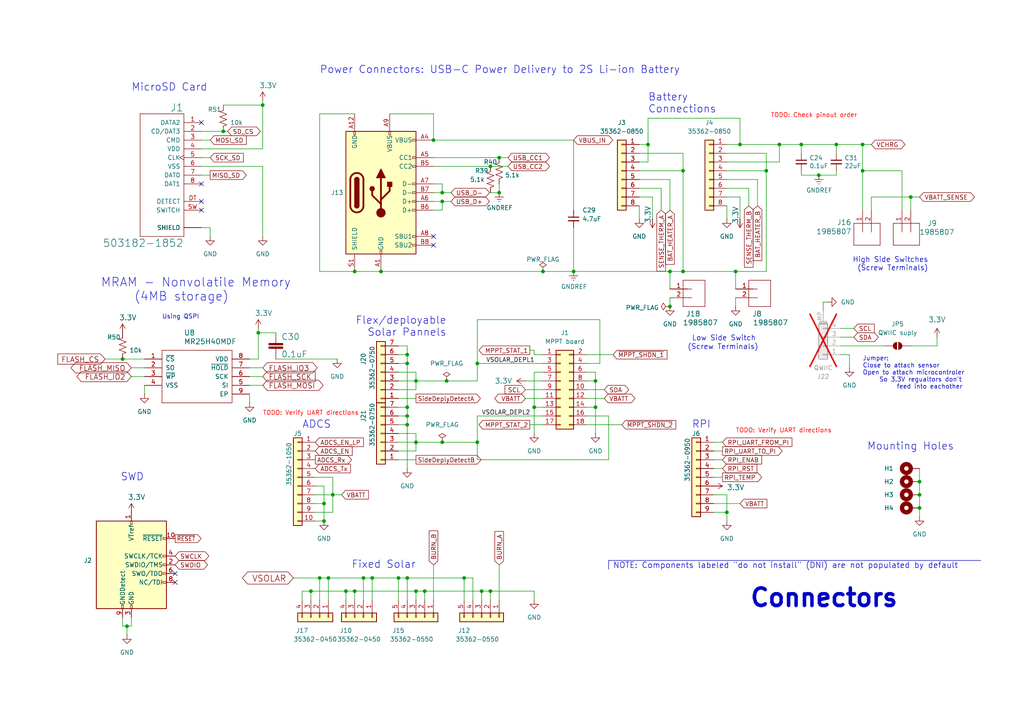
<source format=kicad_sch>
(kicad_sch (version 20231120) (generator "eeschema") (generator_version "8.0")
  (paper "A4")
  (title_block (title "PyCubed Mainboard") (date "2024-05-14") (rev "v06b") (company "Stanford Student Space Initiative") (comment 1 "Ethan Brinser"))
  (junction (at 74.93 96.52))
  (junction (at 213.36 78.74))
  (junction (at 144.78 45.72))
  (junction (at 139.7 171.45))
  (junction (at 120.65 110.49))
  (junction (at 198.12 78.74))
  (junction (at 90.17 171.45))
  (junction (at 134.62 167.64))
  (junction (at 129.54 110.49))
  (junction (at 214.63 41.91))
  (junction (at 118.11 123.19))
  (junction (at 264.16 57.15))
  (junction (at 102.87 78.74))
  (junction (at 242.57 41.91))
  (junction (at 118.11 120.65))
  (junction (at 144.78 55.88))
  (junction (at 166.37 78.74))
  (junction (at 142.24 171.45))
  (junction (at 157.48 78.74))
  (junction (at 110.49 78.74))
  (junction (at 172.72 118.11))
  (junction (at 123.19 171.45))
  (junction (at 266.7 143.51))
  (junction (at 35.56 104.14))
  (junction (at 120.65 128.27))
  (junction (at 93.98 151.13))
  (junction (at 128.27 128.27))
  (junction (at 226.06 41.91))
  (junction (at 198.12 49.53))
  (junction (at 128.27 55.88))
  (junction (at 187.96 41.91))
  (junction (at 266.7 147.32))
  (junction (at 118.11 167.64))
  (junction (at 76.2 30.48))
  (junction (at 237.49 50.8))
  (junction (at 154.94 118.11))
  (junction (at 232.41 41.91))
  (junction (at 93.98 146.05))
  (junction (at 120.65 171.45))
  (junction (at 138.43 128.27))
  (junction (at 118.11 102.87))
  (junction (at 125.73 40.64))
  (junction (at 138.43 105.41))
  (junction (at 222.25 49.53))
  (junction (at 250.19 49.53))
  (junction (at 210.82 148.59))
  (junction (at 115.57 167.64))
  (junction (at 96.52 143.51))
  (junction (at 64.77 38.1))
  (junction (at 107.95 167.64))
  (junction (at 118.11 118.11))
  (junction (at 194.31 88.9))
  (junction (at 128.27 58.42))
  (junction (at 172.72 110.49))
  (junction (at 36.83 181.61))
  (junction (at 118.11 105.41))
  (junction (at 100.33 171.45))
  (junction (at 102.87 171.45))
  (junction (at 266.7 139.7))
  (junction (at 92.71 167.64))
  (junction (at 194.31 78.74))
  (junction (at 95.25 167.64))
  (junction (at 250.19 41.91))
  (junction (at 142.24 48.26))
  (junction (at 105.41 167.64))
  (no_connect (at 50.8 168.91))
  (no_connect (at 125.73 71.12))
  (no_connect (at 58.42 53.34))
  (no_connect (at 50.8 166.37))
  (no_connect (at 58.42 35.56))
  (no_connect (at 58.42 58.42))
  (no_connect (at 58.42 60.96))
  (no_connect (at 125.73 68.58))
  (wire (pts (xy 115.57 133.35) (xy 120.65 133.35)))
  (wire (pts (xy 166.37 66.04) (xy 166.37 78.74)))
  (wire (pts (xy 185.42 44.45) (xy 198.12 44.45)))
  (wire (pts (xy 80.01 96.52) (xy 74.93 96.52)))
  (polyline (pts (xy 176.53 165.1) (xy 176.53 162.56)))
  (wire (pts (xy 115.57 107.95) (xy 120.65 107.95)))
  (wire (pts (xy 210.82 143.51) (xy 207.01 143.51)))
  (wire (pts (xy 207.01 130.81) (xy 209.55 130.81)))
  (wire (pts (xy 138.43 105.41) (xy 157.48 105.41)))
  (wire (pts (xy 210.82 41.91) (xy 214.63 41.91)))
  (wire (pts (xy 76.2 30.48) (xy 76.2 29.21)))
  (wire (pts (xy 170.18 107.95) (xy 172.72 107.95)))
  (wire (pts (xy 96.52 143.51) (xy 91.44 143.51)))
  (wire (pts (xy 170.18 120.65) (xy 176.53 120.65)))
  (wire (pts (xy 36.83 181.61) (xy 38.1 181.61)))
  (wire (pts (xy 105.41 167.64) (xy 107.95 167.64)))
  (wire (pts (xy 76.2 48.26) (xy 76.2 68.58)))
  (wire (pts (xy 187.96 41.91) (xy 187.96 34.29)))
  (wire (pts (xy 90.17 171.45) (xy 100.33 171.45)))
  (wire (pts (xy 144.78 45.72) (xy 147.32 45.72)))
  (wire (pts (xy 64.77 30.48) (xy 76.2 30.48)))
  (wire (pts (xy 172.72 118.11) (xy 170.18 118.11)))
  (wire (pts (xy 102.87 171.45) (xy 102.87 173.99)))
  (wire (pts (xy 125.73 48.26) (xy 142.24 48.26)))
  (wire (pts (xy 92.71 78.74) (xy 92.71 33.02)))
  (wire (pts (xy 99.06 143.51) (xy 96.52 143.51)))
  (wire (pts (xy 242.57 44.45) (xy 242.57 41.91)))
  (wire (pts (xy 115.57 167.64) (xy 115.57 173.99)))
  (wire (pts (xy 90.17 171.45) (xy 90.17 173.99)))
  (wire (pts (xy 243.84 95.25) (xy 247.65 95.25)))
  (wire (pts (xy 194.31 86.36) (xy 194.31 88.9)))
  (wire (pts (xy 185.42 46.99) (xy 187.96 46.99)))
  (wire (pts (xy 207.01 138.43) (xy 209.55 138.43)))
  (wire (pts (xy 194.31 52.07) (xy 194.31 60.96)))
  (wire (pts (xy 222.25 44.45) (xy 222.25 49.53)))
  (wire (pts (xy 240.03 87.63) (xy 238.76 87.63)))
  (wire (pts (xy 142.24 48.26) (xy 147.32 48.26)))
  (wire (pts (xy 118.11 102.87) (xy 118.11 105.41)))
  (wire (pts (xy 128.27 128.27) (xy 138.43 128.27)))
  (wire (pts (xy 194.31 52.07) (xy 185.42 52.07)))
  (wire (pts (xy 232.41 50.8) (xy 232.41 49.53)))
  (wire (pts (xy 120.65 113.03) (xy 120.65 110.49)))
  (wire (pts (xy 266.7 143.51) (xy 266.7 147.32)))
  (wire (pts (xy 152.4 110.49) (xy 157.48 110.49)))
  (wire (pts (xy 93.98 151.13) (xy 93.98 146.05)))
  (wire (pts (xy 64.77 38.1) (xy 66.04 38.1)))
  (wire (pts (xy 125.73 33.02) (xy 125.73 40.64)))
  (wire (pts (xy 115.57 120.65) (xy 118.11 120.65)))
  (wire (pts (xy 58.42 45.72) (xy 60.96 45.72)))
  (wire (pts (xy 138.43 105.41) (xy 138.43 110.49)))
  (wire (pts (xy 266.7 139.7) (xy 266.7 143.51)))
  (wire (pts (xy 250.19 49.53) (xy 261.62 49.53)))
  (wire (pts (xy 115.57 102.87) (xy 118.11 102.87)))
  (wire (pts (xy 138.43 128.27) (xy 138.43 133.35)))
  (wire (pts (xy 185.42 59.69) (xy 185.42 63.5)))
  (wire (pts (xy 154.94 118.11) (xy 157.48 118.11)))
  (wire (pts (xy 118.11 167.64) (xy 134.62 167.64)))
  (wire (pts (xy 115.57 110.49) (xy 120.65 110.49)))
  (wire (pts (xy 128.27 60.96) (xy 128.27 58.42)))
  (wire (pts (xy 157.48 78.74) (xy 110.49 78.74)))
  (wire (pts (xy 213.36 83.82) (xy 213.36 78.74)))
  (wire (pts (xy 76.2 43.18) (xy 76.2 30.48)))
  (wire (pts (xy 118.11 105.41) (xy 118.11 118.11)))
  (wire (pts (xy 172.72 125.73) (xy 172.72 118.11)))
  (wire (pts (xy 58.42 40.64) (xy 60.96 40.64)))
  (wire (pts (xy 125.73 60.96) (xy 128.27 60.96)))
  (wire (pts (xy 271.78 100.33) (xy 264.16 100.33)))
  (wire (pts (xy 142.24 171.45) (xy 154.94 171.45)))
  (wire (pts (xy 72.39 104.14) (xy 74.93 104.14)))
  (wire (pts (xy 250.19 41.91) (xy 250.19 49.53)))
  (wire (pts (xy 93.98 140.97) (xy 91.44 140.97)))
  (wire (pts (xy 120.65 107.95) (xy 120.65 110.49)))
  (wire (pts (xy 128.27 58.42) (xy 125.73 58.42)))
  (wire (pts (xy 166.37 40.64) (xy 166.37 60.96)))
  (wire (pts (xy 246.38 102.87) (xy 243.84 102.87)))
  (wire (pts (xy 170.18 105.41) (xy 173.99 105.41)))
  (wire (pts (xy 144.78 163.83) (xy 144.78 173.99)))
  (wire (pts (xy 120.65 130.81) (xy 120.65 128.27)))
  (wire (pts (xy 118.11 167.64) (xy 118.11 173.99)))
  (wire (pts (xy 87.63 173.99) (xy 87.63 171.45)))
  (wire (pts (xy 176.53 133.35) (xy 176.53 120.65)))
  (wire (pts (xy 58.42 66.04) (xy 60.96 66.04)))
  (wire (pts (xy 118.11 135.89) (xy 118.11 123.19)))
  (wire (pts (xy 226.06 41.91) (xy 232.41 41.91)))
  (wire (pts (xy 194.31 78.74) (xy 198.12 78.74)))
  (wire (pts (xy 213.36 78.74) (xy 222.25 78.74)))
  (wire (pts (xy 166.37 78.74) (xy 194.31 78.74)))
  (wire (pts (xy 266.7 135.89) (xy 266.7 139.7)))
  (wire (pts (xy 76.2 106.68) (xy 72.39 106.68)))
  (wire (pts (xy 264.16 57.15) (xy 252.73 57.15)))
  (wire (pts (xy 87.63 171.45) (xy 90.17 171.45)))
  (wire (pts (xy 266.7 147.32) (xy 266.7 149.86)))
  (wire (pts (xy 95.25 167.64) (xy 95.25 173.99)))
  (wire (pts (xy 30.48 104.14) (xy 35.56 104.14)))
  (wire (pts (xy 152.4 113.03) (xy 157.48 113.03)))
  (wire (pts (xy 138.43 133.35) (xy 176.53 133.35)))
  (wire (pts (xy 128.27 53.34) (xy 128.27 55.88)))
  (wire (pts (xy 154.94 107.95) (xy 154.94 118.11)))
  (wire (pts (xy 154.94 101.6) (xy 154.94 102.87)))
  (wire (pts (xy 222.25 49.53) (xy 222.25 78.74)))
  (wire (pts (xy 210.82 46.99) (xy 226.06 46.99)))
  (wire (pts (xy 100.33 171.45) (xy 102.87 171.45)))
  (wire (pts (xy 134.62 167.64) (xy 137.16 167.64)))
  (wire (pts (xy 237.49 50.8) (xy 242.57 50.8)))
  (wire (pts (xy 210.82 59.69) (xy 210.82 63.5)))
  (wire (pts (xy 102.87 78.74) (xy 92.71 78.74)))
  (wire (pts (xy 191.77 54.61) (xy 191.77 60.96)))
  (wire (pts (xy 102.87 78.74) (xy 110.49 78.74)))
  (wire (pts (xy 138.43 92.71) (xy 173.99 92.71)))
  (wire (pts (xy 76.2 109.22) (xy 72.39 109.22)))
  (wire (pts (xy 210.82 57.15) (xy 214.63 57.15)))
  (wire (pts (xy 189.23 63.5) (xy 189.23 57.15)))
  (wire (pts (xy 115.57 128.27) (xy 120.65 128.27)))
  (wire (pts (xy 198.12 78.74) (xy 213.36 78.74)))
  (wire (pts (xy 142.24 171.45) (xy 142.24 173.99)))
  (wire (pts (xy 198.12 44.45) (xy 198.12 49.53)))
  (wire (pts (xy 118.11 123.19) (xy 118.11 120.65)))
  (wire (pts (xy 35.56 104.14) (xy 41.91 104.14)))
  (wire (pts (xy 166.37 40.64) (xy 125.73 40.64)))
  (wire (pts (xy 214.63 63.5) (xy 214.63 57.15)))
  (wire (pts (xy 185.42 41.91) (xy 187.96 41.91)))
  (wire (pts (xy 252.73 41.91) (xy 250.19 41.91)))
  (wire (pts (xy 210.82 54.61) (xy 217.17 54.61)))
  (wire (pts (xy 107.95 167.64) (xy 107.95 173.99)))
  (wire (pts (xy 72.39 114.3) (xy 72.39 116.84)))
  (wire (pts (xy 85.09 167.64) (xy 92.71 167.64)))
  (wire (pts (xy 217.17 54.61) (xy 217.17 59.69)))
  (wire (pts (xy 96.52 143.51) (xy 96.52 138.43)))
  (wire (pts (xy 243.84 97.79) (xy 247.65 97.79)))
  (wire (pts (xy 115.57 125.73) (xy 120.65 125.73)))
  (wire (pts (xy 261.62 49.53) (xy 261.62 60.96)))
  (wire (pts (xy 207.01 133.35) (xy 209.55 133.35)))
  (wire (pts (xy 250.19 49.53) (xy 250.19 60.96)))
  (wire (pts (xy 128.27 55.88) (xy 130.81 55.88)))
  (wire (pts (xy 271.78 97.79) (xy 271.78 100.33)))
  (wire (pts (xy 95.25 167.64) (xy 105.41 167.64)))
  (wire (pts (xy 219.71 52.07) (xy 219.71 59.69)))
  (wire (pts (xy 264.16 57.15) (xy 264.16 60.96)))
  (wire (pts (xy 153.67 101.6) (xy 154.94 101.6)))
  (wire (pts (xy 60.96 66.04) (xy 60.96 68.58)))
  (wire (pts (xy 187.96 34.29) (xy 214.63 34.29)))
  (wire (pts (xy 170.18 123.19) (xy 180.34 123.19)))
  (wire (pts (xy 198.12 49.53) (xy 198.12 78.74)))
  (wire (pts (xy 154.94 102.87) (xy 157.48 102.87)))
  (wire (pts (xy 91.44 148.59) (xy 96.52 148.59)))
  (wire (pts (xy 129.54 110.49) (xy 120.65 110.49)))
  (wire (pts (xy 207.01 148.59) (xy 210.82 148.59)))
  (wire (pts (xy 191.77 54.61) (xy 185.42 54.61)))
  (wire (pts (xy 115.57 105.41) (xy 118.11 105.41)))
  (wire (pts (xy 210.82 44.45) (xy 222.25 44.45)))
  (wire (pts (xy 120.65 128.27) (xy 128.27 128.27)))
  (wire (pts (xy 38.1 179.07) (xy 38.1 181.61)))
  (wire (pts (xy 157.48 107.95) (xy 154.94 107.95)))
  (wire (pts (xy 138.43 110.49) (xy 129.54 110.49)))
  (wire (pts (xy 91.44 151.13) (xy 93.98 151.13)))
  (wire (pts (xy 115.57 123.19) (xy 118.11 123.19)))
  (wire (pts (xy 80.01 104.14) (xy 97.79 104.14)))
  (wire (pts (xy 74.93 104.14) (xy 74.93 96.52)))
  (wire (pts (xy 125.73 53.34) (xy 128.27 53.34)))
  (wire (pts (xy 113.03 33.02) (xy 125.73 33.02)))
  (wire (pts (xy 170.18 102.87) (xy 177.8 102.87)))
  (wire (pts (xy 138.43 120.65) (xy 138.43 128.27)))
  (wire (pts (xy 115.57 113.03) (xy 120.65 113.03)))
  (wire (pts (xy 115.57 167.64) (xy 118.11 167.64)))
  (wire (pts (xy 125.73 163.83) (xy 125.73 173.99)))
  (wire (pts (xy 242.57 50.8) (xy 242.57 49.53)))
  (wire (pts (xy 115.57 115.57) (xy 120.65 115.57)))
  (wire (pts (xy 210.82 148.59) (xy 210.82 151.13)))
  (wire (pts (xy 214.63 34.29) (xy 214.63 41.91)))
  (wire (pts (xy 173.99 92.71) (xy 173.99 105.41)))
  (wire (pts (xy 210.82 52.07) (xy 219.71 52.07)))
  (wire (pts (xy 154.94 171.45) (xy 154.94 173.99)))
  (wire (pts (xy 118.11 118.11) (xy 115.57 118.11)))
  (wire (pts (xy 154.94 125.73) (xy 154.94 118.11)))
  (wire (pts (xy 36.83 181.61) (xy 36.83 184.15)))
  (wire (pts (xy 144.78 55.88) (xy 144.78 53.34)))
  (wire (pts (xy 232.41 50.8) (xy 237.49 50.8)))
  (wire (pts (xy 100.33 171.45) (xy 100.33 173.99)))
  (wire (pts (xy 207.01 128.27) (xy 209.55 128.27)))
  (wire (pts (xy 214.63 41.91) (xy 226.06 41.91)))
  (wire (pts (xy 91.44 146.05) (xy 93.98 146.05)))
  (wire (pts (xy 91.44 138.43) (xy 96.52 138.43)))
  (wire (pts (xy 123.19 171.45) (xy 139.7 171.45)))
  (wire (pts (xy 125.73 45.72) (xy 144.78 45.72)))
  (wire (pts (xy 96.52 148.59) (xy 96.52 143.51)))
  (wire (pts (xy 139.7 171.45) (xy 142.24 171.45)))
  (wire (pts (xy 115.57 130.81) (xy 120.65 130.81)))
  (wire (pts (xy 172.72 110.49) (xy 172.72 118.11)))
  (wire (pts (xy 194.31 83.82) (xy 194.31 78.74)))
  (wire (pts (xy 138.43 120.65) (xy 157.48 120.65)))
  (wire (pts (xy 35.56 179.07) (xy 35.56 181.61)))
  (wire (pts (xy 210.82 49.53) (xy 222.25 49.53)))
  (wire (pts (xy 187.96 46.99) (xy 187.96 41.91)))
  (wire (pts (xy 142.24 55.88) (xy 144.78 55.88)))
  (wire (pts (xy 105.41 167.64) (xy 105.41 173.99)))
  (wire (pts (xy 76.2 111.76) (xy 72.39 111.76)))
  (wire (pts (xy 207.01 135.89) (xy 209.55 135.89)))
  (wire (pts (xy 166.37 78.74) (xy 157.48 78.74)))
  (wire (pts (xy 172.72 107.95) (xy 172.72 110.49)))
  (wire (pts (xy 123.19 171.45) (xy 123.19 173.99)))
  (wire (pts (xy 246.38 106.68) (xy 246.38 102.87)))
  (wire (pts (xy 226.06 41.91) (xy 226.06 46.99)))
  (wire (pts (xy 266.7 57.15) (xy 264.16 57.15)))
  (wire (pts (xy 58.42 43.18) (xy 76.2 43.18)))
  (wire (pts (xy 139.7 171.45) (xy 139.7 173.99)))
  (wire (pts (xy 170.18 115.57) (xy 175.26 115.57)))
  (wire (pts (xy 58.42 38.1) (xy 64.77 38.1)))
  (wire (pts (xy 120.65 128.27) (xy 120.65 125.73)))
  (wire (pts (xy 128.27 58.42) (xy 130.81 58.42)))
  (wire (pts (xy 102.87 171.45) (xy 120.65 171.45)))
  (wire (pts (xy 238.76 87.63) (xy 238.76 90.17)))
  (wire (pts (xy 170.18 113.03) (xy 175.26 113.03)))
  (wire (pts (xy 92.71 167.64) (xy 95.25 167.64)))
  (wire (pts (xy 243.84 100.33) (xy 256.54 100.33)))
  (wire (pts (xy 115.57 100.33) (xy 118.11 100.33)))
  (wire (pts (xy 252.73 57.15) (xy 252.73 60.96)))
  (wire (pts (xy 41.91 111.76) (xy 41.91 114.3)))
  (wire (pts (xy 93.98 146.05) (xy 93.98 140.97)))
  (wire (pts (xy 92.71 33.02) (xy 102.87 33.02)))
  (wire (pts (xy 137.16 167.64) (xy 137.16 173.99)))
  (wire (pts (xy 38.1 106.68) (xy 41.91 106.68)))
  (wire (pts (xy 185.42 49.53) (xy 198.12 49.53)))
  (wire (pts (xy 74.93 96.52) (xy 74.93 95.25)))
  (wire (pts (xy 170.18 110.49) (xy 172.72 110.49)))
  (wire (pts (xy 134.62 167.64) (xy 134.62 173.99)))
  (wire (pts (xy 185.42 57.15) (xy 189.23 57.15)))
  (wire (pts (xy 138.43 92.71) (xy 138.43 105.41)))
  (wire (pts (xy 210.82 143.51) (xy 210.82 148.59)))
  (wire (pts (xy 92.71 167.64) (xy 92.71 173.99)))
  (wire (pts (xy 120.65 171.45) (xy 120.65 173.99)))
  (wire (pts (xy 120.65 171.45) (xy 123.19 171.45)))
  (wire (pts (xy 128.27 55.88) (xy 125.73 55.88)))
  (wire (pts (xy 207.01 146.05) (xy 214.63 146.05)))
  (wire (pts (xy 232.41 44.45) (xy 232.41 41.91)))
  (wire (pts (xy 213.36 86.36) (xy 213.36 88.9)))
  (wire (pts (xy 58.42 50.8) (xy 60.96 50.8)))
  (wire (pts (xy 242.57 41.91) (xy 250.19 41.91)))
  (wire (pts (xy 118.11 100.33) (xy 118.11 102.87)))
  (polyline (pts (xy 176.53 162.56) (xy 284.48 162.56)))
  (wire (pts (xy 152.4 115.57) (xy 157.48 115.57)))
  (wire (pts (xy 153.67 123.19) (xy 157.48 123.19)))
  (wire (pts (xy 58.42 48.26) (xy 76.2 48.26)))
  (wire (pts (xy 107.95 167.64) (xy 115.57 167.64)))
  (wire (pts (xy 118.11 118.11) (xy 118.11 120.65)))
  (wire (pts (xy 232.41 41.91) (xy 242.57 41.91)))
  (wire (pts (xy 38.1 109.22) (xy 41.91 109.22)))
  (wire (pts (xy 35.56 181.61) (xy 36.83 181.61)))
  (text "Flex/deployable\nSolar Pannels\n" (at 129.54 97.79 0) (effects (font (size 2.159 2.159)) (justify right bottom)))
  (text "TODO: Verify UART directions" (at 76.2 120.65 0) (effects (font (size 1.27 1.27)) (justify left bottom)))
  (text "Jumper:\nClose to attach sensor\nOpen to attach microcontroler\n	So 3.3V regualtors don't\n		feed into eachother" (at 250.19 113.03 0) (effects (font (size 1.27 1.27)) (justify left bottom)))
  (text "RPI" (at 200.66 124.46 0) (effects (font (size 2.159 2.159)) (justify left bottom)))
  (text "Power Connectors: USB-C Power Delivery to 2S Li-ion Battery" (at 92.71 21.59 0) (effects (font (size 2.159 2.159)) (justify left bottom)))
  (text "NOTE: Components labeled \"do not install\" (DNI) are not populated by default" (at 177.8 165.1 0) (effects (font (size 1.651 1.651)) (justify left bottom)))
  (text "ADCS" (at 87.63 124.46 0) (effects (font (size 2.159 2.159)) (justify left bottom)))
  (text "TODO: Check pinout order" (at 223.52 34.29 0) (effects (font (size 1.27 1.27)) (justify left bottom)))
  (text "High Side Switches\n(Screw Terminals)" (at 269.24 78.74 0) (effects (font (size 1.4986 1.4986)) (justify right bottom)))
  (text "Connectors" (at 217.17 176.53 0) (effects (font (size 5.08 5.08) (thickness 1.016) (bold yes)) (justify left bottom)))
  (text "Battery\nConnections" (at 187.96 33.02 0) (effects (font (size 2.159 2.159)) (justify left bottom)))
  (text "Low Side Switch" (at 200.66 99.06 0) (effects (font (size 1.4986 1.4986)) (justify left bottom)))
  (text "TODO: Verify UART directions" (at 213.36 125.73 0) (effects (font (size 1.27 1.27)) (justify left bottom)))
  (text "MRAM - Nonvolatile Memory\n     (4MB storage)" (at 29.21 87.63 0) (effects (font (size 2.54 2.54)) (justify left bottom)))
  (text "MicroSD Card" (at 38.1 26.67 0) (effects (font (size 2.159 2.159)) (justify left bottom)))
  (text "Fixed Solar\n" (at 120.65 165.1 0) (effects (font (size 2.159 2.159)) (justify right bottom)))
  (text "Using QSPI" (at 46.99 92.71 0) (effects (font (size 1.27 1.27)) (justify left bottom)))
  (text "SWD" (at 34.925 139.7 0) (effects (font (size 2.159 2.159)) (justify left bottom)))
  (text "(Screw Terminals)" (at 199.39 101.6 0) (effects (font (size 1.4986 1.4986)) (justify left bottom)))
  (text "Mounting Holes" (at 251.46 130.81 0) (effects (font (size 2.159 2.159)) (justify left bottom)))
  (label "VSOLAR_DEPL1" (at 140.97 105.41 0))
  (label "VSOLAR_DEPL2" (at 139.7 120.65 0))
  (global_label "SD_CS" (shape bidirectional) (at 66.04 38.1 0) (property "Intersheetrefs" "${INTERSHEET_REFS}" (effects (hide yes))))
  (global_label "SCL" (shape input) (at 247.65 95.25 0) (property "Intersheetrefs" "${INTERSHEET_REFS}" (effects (hide yes))))
  (global_label "SWDIO" (shape bidirectional) (at 50.8 163.83 0) (property "Intersheetrefs" "${INTERSHEET_REFS}" (effects (hide yes))))
  (global_label "MISO_SD" (shape output) (at 60.96 50.8 0) (property "Intersheetrefs" "${INTERSHEET_REFS}" (effects (hide yes))))
  (global_label "~{RESET}" (shape output) (at 50.8 156.21 0) (effects (font (size 1.1684 1.1684))) (property "Intersheetrefs" "${INTERSHEET_REFS}" (effects (hide yes))))
  (global_label "RPI_UART_TO_PI" (shape output) (at 209.55 130.81 0) (property "Intersheetrefs" "${INTERSHEET_REFS}" (effects (hide yes))))
  (global_label "FLASH_CS" (shape input) (at 30.48 104.14 180) (effects (font (size 1.4986 1.4986))) (property "Intersheetrefs" "${INTERSHEET_REFS}" (effects (hide yes))))
  (global_label "SideDeplyDetectA" (shape output) (at 120.65 115.57 0) (property "Intersheetrefs" "${INTERSHEET_REFS}" (effects (hide yes))))
  (global_label "SCK_SD" (shape input) (at 60.96 45.72 0) (property "Intersheetrefs" "${INTERSHEET_REFS}" (effects (hide yes))))
  (global_label "VBATT" (shape input) (at 99.06 143.51 0) (property "Intersheetrefs" "${INTERSHEET_REFS}" (effects (hide yes))))
  (global_label "FLASH_SCK" (shape input) (at 76.2 109.22 0) (effects (font (size 1.4986 1.4986))) (property "Intersheetrefs" "${INTERSHEET_REFS}" (effects (hide yes))))
  (global_label "SENSE_THERM_A" (shape input) (at 191.77 60.96 270) (property "Intersheetrefs" "${INTERSHEET_REFS}" (effects (hide yes))))
  (global_label "ADCS_EN_LP" (shape input) (at 91.44 128.27 0) (property "Intersheetrefs" "${INTERSHEET_REFS}" (effects (hide yes))))
  (global_label "VSOLAR" (shape bidirectional) (at 85.09 167.64 180) (effects (font (size 1.778 1.778))) (property "Intersheetrefs" "${INTERSHEET_REFS}" (effects (hide yes))))
  (global_label "VCHRG" (shape bidirectional) (at 252.73 41.91 0) (property "Intersheetrefs" "${INTERSHEET_REFS}" (effects (hide yes))))
  (global_label "BURN_B" (shape input) (at 125.73 163.83 90) (property "Intersheetrefs" "${INTERSHEET_REFS}" (effects (hide yes))))
  (global_label "FLASH_MISO" (shape bidirectional) (at 38.1 106.68 180) (effects (font (size 1.4986 1.4986))) (property "Intersheetrefs" "${INTERSHEET_REFS}" (effects (hide yes))))
  (global_label "FLASH_IO2" (shape bidirectional) (at 38.1 109.22 180) (effects (font (size 1.4986 1.4986))) (property "Intersheetrefs" "${INTERSHEET_REFS}" (effects (hide yes))))
  (global_label "USB_D+" (shape bidirectional) (at 130.81 58.42 0) (property "Intersheetrefs" "${INTERSHEET_REFS}" (effects (hide yes))))
  (global_label "ADCS_Rx" (shape output) (at 91.44 133.35 0) (property "Intersheetrefs" "${INTERSHEET_REFS}" (effects (hide yes))))
  (global_label "~{MPPT_SHDN_1}" (shape input) (at 177.8 102.87 0) (property "Intersheetrefs" "${INTERSHEET_REFS}" (effects (hide yes))))
  (global_label "BAT_HEATER_A" (shape input) (at 194.31 60.96 270) (property "Intersheetrefs" "${INTERSHEET_REFS}" (effects (hide yes))))
  (global_label "VBATT" (shape input) (at 214.63 146.05 0) (property "Intersheetrefs" "${INTERSHEET_REFS}" (effects (hide yes))))
  (global_label "RPI_UART_FROM_PI" (shape input) (at 209.55 128.27 0) (property "Intersheetrefs" "${INTERSHEET_REFS}" (effects (hide yes))))
  (global_label "ADCS_Tx" (shape input) (at 91.44 135.89 0) (property "Intersheetrefs" "${INTERSHEET_REFS}" (effects (hide yes))))
  (global_label "RPI_ENAB" (shape input) (at 209.55 133.35 0) (property "Intersheetrefs" "${INTERSHEET_REFS}" (effects (hide yes))))
  (global_label "ADCS_EN" (shape input) (at 91.44 130.81 0) (property "Intersheetrefs" "${INTERSHEET_REFS}" (effects (hide yes))))
  (global_label "SideDeplyDetectB" (shape output) (at 120.65 133.35 0) (property "Intersheetrefs" "${INTERSHEET_REFS}" (effects (hide yes))))
  (global_label "SDA" (shape bidirectional) (at 175.26 113.03 0) (property "Intersheetrefs" "${INTERSHEET_REFS}" (effects (hide yes))))
  (global_label "RPI_TEMP" (shape output) (at 209.55 138.43 0) (property "Intersheetrefs" "${INTERSHEET_REFS}" (effects (hide yes))))
  (global_label "SENSE_THERM_B" (shape input) (at 217.17 59.69 270) (property "Intersheetrefs" "${INTERSHEET_REFS}" (effects (hide yes))))
  (global_label "FLASH_MOSI" (shape bidirectional) (at 76.2 111.76 0) (effects (font (size 1.4986 1.4986))) (property "Intersheetrefs" "${INTERSHEET_REFS}" (effects (hide yes))))
  (global_label "~{MPPT_SHDN_2}" (shape input) (at 180.34 123.19 0) (property "Intersheetrefs" "${INTERSHEET_REFS}" (effects (hide yes))))
  (global_label "SWCLK" (shape bidirectional) (at 50.8 161.29 0) (property "Intersheetrefs" "${INTERSHEET_REFS}" (effects (hide yes))))
  (global_label "VBATT_SENSE" (shape bidirectional) (at 266.7 57.15 0) (property "Intersheetrefs" "${INTERSHEET_REFS}" (effects (hide yes))))
  (global_label "SCL" (shape input) (at 152.4 113.03 180) (property "Intersheetrefs" "${INTERSHEET_REFS}" (effects (hide yes))))
  (global_label "MOSI_SD" (shape input) (at 60.96 40.64 0) (property "Intersheetrefs" "${INTERSHEET_REFS}" (effects (hide yes))))
  (global_label "USB_CC2" (shape bidirectional) (at 147.32 48.26 0) (property "Intersheetrefs" "${INTERSHEET_REFS}" (effects (hide yes))))
  (global_label "USB_CC1" (shape bidirectional) (at 147.32 45.72 0) (property "Intersheetrefs" "${INTERSHEET_REFS}" (effects (hide yes))))
  (global_label "BURN_A" (shape input) (at 144.78 163.83 90) (property "Intersheetrefs" "${INTERSHEET_REFS}" (effects (hide yes))))
  (global_label "USB_D-" (shape bidirectional) (at 130.81 55.88 0) (property "Intersheetrefs" "${INTERSHEET_REFS}" (effects (hide yes))))
  (global_label "FLASH_IO3" (shape bidirectional) (at 76.2 106.68 0) (effects (font (size 1.4986 1.4986))) (property "Intersheetrefs" "${INTERSHEET_REFS}" (effects (hide yes))))
  (global_label "SDA" (shape bidirectional) (at 247.65 97.79 0) (property "Intersheetrefs" "${INTERSHEET_REFS}" (effects (hide yes))))
  (global_label "VBATT" (shape bidirectional) (at 152.4 115.57 180) (property "Intersheetrefs" "${INTERSHEET_REFS}" (effects (hide yes))))
  (global_label "MPPT_STAT_2" (shape output) (at 153.67 123.19 180) (property "Intersheetrefs" "${INTERSHEET_REFS}" (effects (hide yes))))
  (global_label "RPI_RST" (shape input) (at 209.55 135.89 0) (property "Intersheetrefs" "${INTERSHEET_REFS}" (effects (hide yes))))
  (global_label "MPPT_STAT_1" (shape output) (at 153.67 101.6 180) (property "Intersheetrefs" "${INTERSHEET_REFS}" (effects (hide yes))))
  (global_label "VBUS_IN" (shape bidirectional) (at 166.37 40.64 0) (property "Intersheetrefs" "${INTERSHEET_REFS}" (effects (hide yes))))
  (global_label "BAT_HEATER_B" (shape input) (at 219.71 59.69 270) (property "Intersheetrefs" "${INTERSHEET_REFS}" (effects (hide yes))))
  (global_label "VBATT" (shape bidirectional) (at 175.26 115.57 0) (property "Intersheetrefs" "${INTERSHEET_REFS}" (effects (hide yes))))
  (symbol (lib_id "ssi_connector:503182-1852") (at 53.34 50.8 0) (mirror y) (unit 1)
    (property "Reference" "J1" (at 53.34 32.4358 0) (effects (font (size 2.159 2.159)) (justify left bottom)))
    (property "Value" "503182-1852" (at 53.34 71.7296 0) (effects (font (size 2.159 2.159)) (justify left bottom)))
    (property "Footprint" "ssi_connector:Molex_503182-1852" (effects (hide yes)))
    (property "Datasheet" "https://www.molex.com/pdm_docs/sd/5031821852_sd.pdf" (effects (hide yes)))
    (property "Description" "Molex microSD Card Socket" (effects (hide yes)))
    (property "Flight" "5031821852" (effects (hide yes)))
    (property "Manufacturer_Name" "Molex" (effects (hide yes)))
    (property "Manufacturer_Part_Number" "5031821852" (effects (hide yes)))
    (property "Proto" "5031821852" (effects (hide yes)))
  )
  (symbol (lib_id "ssi_IC:MR25H40MDF") (at 41.91 104.14 0) (unit 1)
    (property "Reference" "U8" (at 53.34 96.52 0) (effects (font (size 1.4986 1.4986)) (justify left)))
    (property "Value" "MR25H40MDF" (at 53.34 99.06 0) (effects (font (size 1.4986 1.4986)) (justify left)))
    (property "Footprint" "ssi_IC:SON127P600X500X90-9N" (effects (hide yes)))
    (property "Datasheet" "https://www.winbond.com/resource-files/w25q80dv%20dl_revh_10022015.pdf" (effects (hide yes)))
    (property "Description" "Non-Volatile Memory" (effects (hide yes)))
    (property "Flight" "MR25H40MDF" (effects (hide yes)))
    (property "Manufacturer_Name" "Everspin Technologies Inc." (effects (hide yes)))
    (property "Manufacturer_Part_Number" "W25Q80DVSNIG" (effects (hide yes)))
    (property "Proto" "W25Q80DVSNIG" (effects (hide yes)))
  )
  (symbol (lib_id "mainboard:2.2UF-0603-10V-20%") (at 80.01 101.6 0) (unit 1)
    (property "Reference" "C30" (at 81.534 98.679 0) (effects (font (size 1.778 1.778)) (justify left bottom)))
    (property "Value" "0.1uF" (at 81.534 103.759 0) (effects (font (size 1.778 1.778)) (justify left bottom)))
    (property "Footprint" "Capacitor_SMD:C_0603_1608Metric" (effects (hide yes)))
    (property "Description" "0.1uF +-10% 50V X7R 0603" (effects (hide yes)))
  )
  (symbol (lib_id "Device:C_Small") (at 232.41 46.99 0) (unit 1)
    (property "Reference" "C24" (at 234.7468 45.8216 0) (effects (justify left)))
    (property "Value" "0.1uF" (at 234.7468 48.133 0) (effects (justify left)))
    (property "Footprint" "Capacitor_SMD:C_0603_1608Metric" (effects (hide yes)))
    (property "Description" "0.1uF +-10% 50V X7R 0603" (effects (hide yes)))
  )
  (symbol (lib_id "Device:C_Small") (at 242.57 46.99 0) (unit 1)
    (property "Reference" "C31" (at 244.9068 45.8216 0) (effects (justify left)))
    (property "Value" "22uF" (at 244.9068 48.133 0) (effects (justify left)))
    (property "Footprint" "Capacitor_SMD:C_0603_1608Metric" (effects (hide yes)))
    (property "Description" "22uF +-20% 10V X5R" (effects (hide yes)))
  )
  (symbol (lib_id "Device:R_US") (at 64.77 34.29 0) (mirror x) (unit 1)
    (property "Reference" "R51" (at 62.23 31.75 0))
    (property "Value" "10k" (at 68.58 35.56 0))
    (property "Footprint" "Resistor_SMD:R_0603_1608Metric" (effects (hide yes)))
    (property "Description" "10k 0603" (effects (hide yes)))
  )
  (symbol (lib_id "Device:R_US") (at 35.56 100.33 0) (mirror x) (unit 1)
    (property "Reference" "R50" (at 33.02 97.79 0))
    (property "Value" "10k" (at 39.37 101.6 0))
    (property "Footprint" "Resistor_SMD:R_0603_1608Metric" (effects (hide yes)))
    (property "Description" "10k 0603" (effects (hide yes)))
  )
  (symbol (lib_id "mainboard:3.3V") (at 35.56 96.52 0) (unit 1)
    (property "Reference" "#SUPPLY0116" (effects (hide yes)))
    (property "Value" "3.3V" (at 34.544 92.964 0) (effects (font (size 1.4986 1.4986)) (justify left bottom)))
  )
  (symbol (lib_id "Device:R_US") (at 144.78 49.53 0) (mirror x) (unit 1)
    (property "Reference" "R40" (at 142.24 46.99 0))
    (property "Value" "5.1k" (at 148.59 50.8 0))
    (property "Footprint" "Resistor_SMD:R_0603_1608Metric" (effects (hide yes)))
    (property "Description" "5.1k 0603" (effects (hide yes)))
  )
  (symbol (lib_id "Device:R_US") (at 142.24 52.07 0) (mirror x) (unit 1)
    (property "Reference" "R39" (at 139.7 49.53 0))
    (property "Value" "5.1k" (at 138.43 52.07 0))
    (property "Footprint" "Resistor_SMD:R_0603_1608Metric" (effects (hide yes)))
    (property "Description" "5.1k 0603" (effects (hide yes)))
  )
  (symbol (lib_id "power:GNDREF") (at 144.78 55.88 0) (unit 1)
    (property "Reference" "#PWR0107" (effects (hide yes)))
    (property "Value" "GNDREF" (at 144.907 60.2742 0))
  )
  (symbol (lib_id "Device:C_Small") (at 166.37 63.5 0) (unit 1)
    (property "Reference" "C29" (at 168.91 60.96 0) (effects (justify left)))
    (property "Value" "4.7uF" (at 168.91 63.5 0) (effects (justify left)))
    (property "Footprint" "Capacitor_SMD:C_0603_1608Metric" (effects (hide yes)))
    (property "Description" "4.7uF +-20% 10V X5R" (effects (hide yes)))
  )
  (symbol (lib_id "power:GNDREF") (at 166.37 78.74 0) (unit 1)
    (property "Reference" "#PWR0101" (effects (hide yes)))
    (property "Value" "GNDREF" (at 166.497 83.1342 0))
  )
  (symbol (lib_id "power:GNDREF") (at 237.49 50.8 0) (unit 1)
    (property "Reference" "#PWR0109" (effects (hide yes)))
    (property "Value" "GNDREF" (at 237.617 55.1942 0))
  )
  (symbol (lib_id "ssi_connector:USB_C_pycubed") (at 110.49 55.88 0) (unit 1)
    (property "Reference" "J13" (at 99.5934 55.88 0) (effects (justify right)))
    (property "Value" "USB_C_pycubed" (effects (hide yes)))
    (property "Footprint" "ssi_connector:USB_C_Receptacle_XKB_U262-161N-4BVC11" (effects (hide yes)))
  )
  (symbol (lib_id "Mechanical:MountingHole_Pad") (at 264.16 135.89 90) (unit 1) (exclude_from_sim yes) (in_bom no)
    (property "Reference" "H1" (at 257.81 135.89 90))
    (property "Value" "MountingHole_Pad" (effects (hide yes)))
    (property "Footprint" "MountingHole:MountingHole_3.2mm_M3_DIN965_Pad" (effects (hide yes)))
    (property "DNI" "DNI" (effects (hide yes)))
  )
  (symbol (lib_id "Mechanical:MountingHole_Pad") (at 264.16 139.7 90) (unit 1) (exclude_from_sim yes) (in_bom no)
    (property "Reference" "H2" (at 257.81 139.7 90))
    (property "Value" "MountingHole_Pad" (effects (hide yes)))
    (property "Footprint" "MountingHole:MountingHole_3.2mm_M3_DIN965_Pad" (effects (hide yes)))
    (property "DNI" "DNI" (effects (hide yes)))
  )
  (symbol (lib_id "Mechanical:MountingHole_Pad") (at 264.16 143.51 90) (unit 1) (exclude_from_sim yes) (in_bom no)
    (property "Reference" "H3" (at 257.81 143.51 90))
    (property "Value" "MountingHole_Pad" (effects (hide yes)))
    (property "Footprint" "MountingHole:MountingHole_3.2mm_M3_DIN965_Pad" (effects (hide yes)))
    (property "DNI" "DNI" (effects (hide yes)))
  )
  (symbol (lib_id "Mechanical:MountingHole_Pad") (at 264.16 147.32 90) (unit 1) (exclude_from_sim yes) (in_bom no)
    (property "Reference" "H4" (at 257.81 147.32 90))
    (property "Value" "MountingHole_Pad" (effects (hide yes)))
    (property "Footprint" "MountingHole:MountingHole_3.2mm_M3_DIN965_Pad" (effects (hide yes)))
    (property "DNI" "DNI" (effects (hide yes)))
  )
  (symbol (lib_id "ssi_connector:1985807") (at 261.62 68.58 270) (mirror x) (unit 1)
    (property "Reference" "J9" (at 271.78 64.77 90) (effects (font (size 1.4986 1.4986)) (justify right)))
    (property "Value" "1985807" (at 276.86 67.31 90) (effects (font (size 1.4986 1.4986)) (justify right)))
    (property "Footprint" "ssi_connector:1985807" (effects (hide yes)))
    (property "Datasheet" "https://www.mouser.com/datasheet/2/324/4/1985807-1458929.pdf" (effects (hide yes)))
    (property "Description" "2-pin Screw Terminal - Side Entry" (effects (hide yes)))
    (property "Flight" "1985807" (effects (hide yes)))
    (property "Manufacturer_Name" "Phoenix Contact" (effects (hide yes)))
    (property "Manufacturer_Part_Number" "1985807" (effects (hide yes)))
    (property "Proto" "1985807" (effects (hide yes)))
  )
  (symbol (lib_id "ssi_connector:1985807") (at 220.98 83.82 180) (unit 1)
    (property "Reference" "J8" (at 220.98 90.17 0) (effects (font (size 1.4986 1.4986)) (justify left bottom)))
    (property "Value" "1985807" (at 228.6 92.71 0) (effects (font (size 1.4986 1.4986)) (justify left bottom)))
    (property "Footprint" "ssi_connector:1985807" (effects (hide yes)))
    (property "Datasheet" "https://www.mouser.com/datasheet/2/324/4/1985807-1458929.pdf" (effects (hide yes)))
    (property "Description" "2-pin Screw Terminal - Side Entry" (effects (hide yes)))
    (property "Flight" "1985807" (effects (hide yes)))
    (property "Manufacturer_Name" "Phoenix Contact" (effects (hide yes)))
    (property "Manufacturer_Part_Number" "1985807" (effects (hide yes)))
    (property "Proto" "1985807" (effects (hide yes)))
  )
  (symbol (lib_id "ssi_connector:1985807") (at 250.19 68.58 270) (mirror x) (unit 1)
    (property "Reference" "J16" (at 246.9642 64.4906 90) (effects (font (size 1.4986 1.4986)) (justify right)))
    (property "Value" "1985807" (at 246.9642 67.1576 90) (effects (font (size 1.4986 1.4986)) (justify right)))
    (property "Footprint" "ssi_connector:1985807" (effects (hide yes)))
    (property "Datasheet" "https://www.mouser.com/datasheet/2/324/4/1985807-1458929.pdf" (effects (hide yes)))
    (property "Description" "2-pin Screw Terminal - Side Entry" (effects (hide yes)))
    (property "Flight" "1985807" (effects (hide yes)))
    (property "Manufacturer_Name" "Phoenix Contact" (effects (hide yes)))
    (property "Manufacturer_Part_Number" "1985807" (effects (hide yes)))
    (property "Proto" "1985807" (effects (hide yes)))
  )
  (symbol (lib_id "mainboard:3.3V") (at 74.93 95.25 0) (unit 1)
    (property "Reference" "#SUPPLY08" (effects (hide yes)))
    (property "Value" "3.3V" (at 73.914 91.694 0) (effects (font (size 1.4986 1.4986)) (justify left bottom)))
  )
  (symbol (lib_id "mainboard:3.3V") (at 76.2 29.21 0) (unit 1)
    (property "Reference" "#SUPPLY07" (effects (hide yes)))
    (property "Value" "3.3V" (at 75.184 25.654 0) (effects (font (size 1.4986 1.4986)) (justify left bottom)))
  )
  (symbol (lib_id "ssi_connector:1985807") (at 201.93 83.82 180) (unit 1)
    (property "Reference" "J18" (at 203.2 90.17 0) (effects (font (size 1.4986 1.4986)) (justify left bottom)))
    (property "Value" "1985807" (at 208.28 92.71 0) (effects (font (size 1.4986 1.4986)) (justify left bottom)))
    (property "Footprint" "ssi_connector:1985807" (effects (hide yes)))
    (property "Datasheet" "https://www.mouser.com/datasheet/2/324/4/1985807-1458929.pdf" (effects (hide yes)))
    (property "Description" "2-pin Screw Terminal - Side Entry" (effects (hide yes)))
    (property "Flight" "1985807" (effects (hide yes)))
    (property "Manufacturer_Name" "Phoenix Contact" (effects (hide yes)))
    (property "Manufacturer_Part_Number" "1985807" (effects (hide yes)))
    (property "Proto" "1985807" (effects (hide yes)))
  )
  (symbol (lib_id "Connector_Generic:Conn_01x08") (at 205.74 49.53 0) (mirror y) (unit 1)
    (property "Reference" "J4" (at 205.74 35.56 0))
    (property "Value" "35362-0850" (at 205.74 38.1 0))
    (property "Footprint" "ssi_connector:Molex_35362-0850" (effects (hide yes)))
  )
  (symbol (lib_id "power:GND") (at 210.82 151.13 0) (unit 1)
    (property "Reference" "#PWR025" (effects (hide yes)))
    (property "Value" "GND" (at 210.82 156.21 0))
  )
  (symbol (lib_id "Connector_Generic:Conn_01x07") (at 110.49 107.95 180) (unit 1)
    (property "Reference" "J20" (at 105.41 104.14 90))
    (property "Value" "35362-0750" (at 107.95 106.68 90))
    (property "Footprint" "ssi_connector:Molex_35362-0750" (effects (hide yes)))
  )
  (symbol (lib_id "mainboard:3.3V") (at 214.63 63.5 180) (unit 1)
    (property "Reference" "#SUPPLY09" (effects (hide yes)))
    (property "Value" "3.3V" (at 212.471 59.817 90) (effects (font (size 1.4986 1.4986)) (justify left bottom)))
  )
  (symbol (lib_id "power:GND") (at 240.03 87.63 90) (unit 1)
    (property "Reference" "#PWR061" (effects (hide yes)))
    (property "Value" "GND" (at 243.84 87.63 90) (effects (justify right)))
  )
  (symbol (lib_id "power:GND") (at 36.83 184.15 0) (unit 1)
    (property "Reference" "#PWR019" (effects (hide yes)))
    (property "Value" "GND" (at 36.83 189.23 0))
  )
  (symbol (lib_id "Connector_Generic:Conn_01x05") (at 139.7 179.07 270) (unit 1)
    (property "Reference" "J12" (at 134.62 182.88 90))
    (property "Value" "35362-0550" (at 138.43 185.42 90))
    (property "Footprint" "ssi_connector:Molex_35362-0550" (effects (hide yes)))
  )
  (symbol (lib_id "Connector_Generic:Conn_01x05") (at 120.65 179.07 270) (unit 1)
    (property "Reference" "J15" (at 115.57 182.88 90))
    (property "Value" "35362-0550" (at 119.38 185.42 90))
    (property "Footprint" "ssi_connector:Molex_35362-0550" (effects (hide yes)))
  )
  (symbol (lib_id "Connector_Generic:Conn_01x04") (at 92.71 179.07 270) (unit 1)
    (property "Reference" "J17" (at 87.63 182.88 90))
    (property "Value" "35362-0450" (at 91.44 185.42 90))
    (property "Footprint" "ssi_connector:Molex_35362-0450" (effects (hide yes)))
  )
  (symbol (lib_id "mainboard:3.3V") (at 38.1 148.59 0) (unit 1)
    (property "Reference" "#SUPPLY06" (effects (hide yes)))
    (property "Value" "3.3V" (at 37.084 145.034 0) (effects (font (size 1.4986 1.4986)) (justify left bottom)))
  )
  (symbol (lib_id "mainboard:3.3V") (at 152.4 110.49 90) (unit 1)
    (property "Reference" "#P+01" (effects (hide yes)))
    (property "Value" "3.3V" (at 148.59 110.4899 90) (effects (font (size 1.4986 1.4986)) (justify left)))
  )
  (symbol (lib_id "Connector_Generic:Conn_02x09_Odd_Even") (at 162.56 113.03 0) (unit 1)
    (property "Reference" "J1" (at 163.83 96.52 0))
    (property "Value" "MPPT board" (at 163.83 99.06 0))
    (property "Footprint" "Connector_PinSocket_2.54mm:PinSocket_2x09_P2.54mm_Vertical" (effects (hide yes)))
    (instances (project "MPPT_addon_board" (path "" (reference "J1") (unit 1))) (project "mainboard" (path "" (reference "J11") (unit 1))))
  )
  (symbol (lib_id "power:GND") (at 266.7 149.86 0) (unit 1)
    (property "Reference" "#PWR026" (effects (hide yes)))
    (property "Value" "GND" (at 266.7 154.94 0))
  )
  (symbol (lib_id "Connector_Generic:Conn_01x07") (at 110.49 125.73 180) (unit 1)
    (property "Reference" "J21" (at 105.41 120.65 90))
    (property "Value" "35362-0750" (at 107.95 123.19 90))
    (property "Footprint" "ssi_connector:Molex_35362-0750" (effects (hide yes)))
  )
  (symbol (lib_id "Connector_Generic:Conn_01x04") (at 105.41 179.07 270) (unit 1)
    (property "Reference" "J10" (at 100.33 182.88 90))
    (property "Value" "35362-0450" (at 104.14 185.42 90))
    (property "Footprint" "ssi_connector:Molex_35362-0450" (effects (hide yes)))
  )
  (symbol (lib_id "power:PWR_FLAG") (at 194.31 88.9 90) (unit 1)
    (property "Reference" "#FLG02" (effects (hide yes)))
    (property "Value" "PWR_FLAG" (at 191.1351 89.2168 90) (effects (justify left)))
  )
  (symbol (lib_id "power:PWR_FLAG") (at 129.54 110.49 0) (unit 1)
    (property "Reference" "#FLG04" (effects (hide yes)))
    (property "Value" "PWR_FLAG" (at 129.54 105.41 0))
  )
  (symbol (lib_id "Jumper:SolderJumper_2_Open") (at 260.35 100.33 0) (unit 1) (exclude_from_sim yes) (in_bom no)
    (property "Reference" "JP5" (at 260.35 93.98 0))
    (property "Value" "QWIIC suply" (at 260.35 96.52 0))
    (property "Footprint" "Jumper:SolderJumper-2_P1.3mm_Open_RoundedPad1.0x1.5mm" (effects (hide yes)))
  )
  (symbol (lib_id "power:GND") (at 97.79 104.14 0) (unit 1)
    (property "Reference" "#PWR018" (effects (hide yes)))
    (property "Value" "GND" (at 97.79 109.22 0))
  )
  (symbol (lib_id "Connector_Generic:Conn_01x08") (at 180.34 49.53 0) (mirror y) (unit 1)
    (property "Reference" "J3" (at 180.34 35.56 0))
    (property "Value" "35362-0850" (at 180.34 38.1 0))
    (property "Footprint" "ssi_connector:Molex_35362-0850" (effects (hide yes)))
  )
  (symbol (lib_id "Connector_Generic:Conn_01x09") (at 201.93 138.43 0) (mirror y) (unit 1)
    (property "Reference" "J6" (at 201.93 125.73 0))
    (property "Value" "35362-0950" (at 199.39 133.35 90))
    (property "Footprint" "ssi_connector:Molex_35362-0950" (effects (hide yes)))
  )
  (symbol (lib_id "power:PWR_FLAG") (at 128.27 128.27 0) (unit 1)
    (property "Reference" "#FLG05" (effects (hide yes)))
    (property "Value" "PWR_FLAG" (at 128.27 123.19 0))
  )
  (symbol (lib_id "power:GND") (at 72.39 116.84 0) (unit 1)
    (property "Reference" "#PWR017" (effects (hide yes)))
    (property "Value" "GND" (at 72.39 121.92 0))
  )
  (symbol (lib_id "mainboard:3.3V") (at 207.01 140.97 270) (unit 1)
    (property "Reference" "#SUPPLY012" (effects (hide yes)))
    (property "Value" "3.3V" (at 210.82 142.24 90) (effects (font (size 1.4986 1.4986)) (justify left bottom)))
  )
  (symbol (lib_id "power:GND") (at 172.72 125.73 0) (unit 1)
    (property "Reference" "#PWR024" (effects (hide yes)))
    (property "Value" "GND" (at 172.72 130.81 0))
  )
  (symbol (lib_id "power:GND") (at 93.98 151.13 0) (unit 1)
    (property "Reference" "#PWR021" (effects (hide yes)))
    (property "Value" "GND" (at 93.98 156.21 0))
  )
  (symbol (lib_id "power:GND") (at 154.94 125.73 0) (unit 1)
    (property "Reference" "#PWR023" (effects (hide yes)))
    (property "Value" "GND" (at 154.94 130.81 0))
  )
  (symbol (lib_id "power:GND") (at 118.11 135.89 0) (unit 1)
    (property "Reference" "#PWR022" (effects (hide yes)))
    (property "Value" "GND" (at 118.11 140.97 0))
  )
  (symbol (lib_id "power:GND") (at 194.31 88.9 0) (unit 1)
    (property "Reference" "#PWR015" (effects (hide yes)))
    (property "Value" "GND" (at 194.31 93.98 0))
  )
  (symbol (lib_id "Connector:Conn_ARM_JTAG_SWD_10") (at 38.1 163.83 0) (unit 1)
    (property "Reference" "J2" (at 26.67 162.56 0) (effects (justify right)))
    (property "Value" "Conn_ARM_JTAG_SWD_10" (effects (hide yes)))
    (property "Footprint" "ssi_connector:SAMTEC_FTSH-105-01-L-DV-007" (effects (hide yes)))
    (property "Datasheet" "http://infocenter.arm.com/help/topic/com.arm.doc.ddi0314h/DDI0314H_coresight_components_trm.pdf" (effects (hide yes)))
  )
  (symbol (lib_id "power:GND") (at 246.38 106.68 0) (unit 1)
    (property "Reference" "#PWR060" (effects (hide yes)))
    (property "Value" "GND" (at 246.38 111.76 0))
  )
  (symbol (lib_id "power:GND") (at 60.96 68.58 0) (unit 1)
    (property "Reference" "#PWR012" (effects (hide yes)))
    (property "Value" "GND" (at 60.96 73.66 0))
  )
  (symbol (lib_id "power:PWR_FLAG") (at 157.48 78.74 0) (unit 1)
    (property "Reference" "#FLG01" (effects (hide yes)))
    (property "Value" "PWR_FLAG" (at 157.48 75.2381 0))
  )
  (symbol (lib_id "power:GND") (at 185.42 63.5 0) (unit 1)
    (property "Reference" "#PWR058" (effects (hide yes)))
    (property "Value" "GND" (at 185.42 68.58 0))
  )
  (symbol (lib_id "power:GND") (at 213.36 88.9 0) (unit 1)
    (property "Reference" "#PWR014" (effects (hide yes)))
    (property "Value" "GND" (at 213.36 93.98 0))
  )
  (symbol (lib_id "power:GND") (at 154.94 173.99 0) (unit 1)
    (property "Reference" "#PWR020" (effects (hide yes)))
    (property "Value" "GND" (at 154.94 179.07 0))
  )
  (symbol (lib_id "Connector_Generic:Conn_01x10") (at 86.36 138.43 0) (mirror y) (unit 1)
    (property "Reference" "J5" (at 86.36 125.73 0))
    (property "Value" "35362-1050" (at 83.82 134.62 90))
    (property "Footprint" "ssi_connector:Molex_35362-1050" (effects (hide yes)))
  )
  (symbol (lib_id "power:GND") (at 76.2 68.58 0) (unit 1)
    (property "Reference" "#PWR013" (effects (hide yes)))
    (property "Value" "GND" (at 76.2 73.66 0))
  )
  (symbol (lib_id "mainboard:3.3V") (at 271.78 97.79 0) (unit 1)
    (property "Reference" "#P+06" (effects (hide yes)))
    (property "Value" "3.3V" (at 271.78 92.71 0) (effects (font (size 1.4986 1.4986))))
  )
  (symbol (lib_id "mainboard:3.3V") (at 189.23 63.5 180) (unit 1)
    (property "Reference" "#SUPPLY03" (effects (hide yes)))
    (property "Value" "3.3V" (at 187.071 59.69 90) (effects (font (size 1.4986 1.4986)) (justify left bottom)))
  )
  (symbol (lib_id "power:GND") (at 210.82 63.5 0) (unit 1)
    (property "Reference" "#PWR059" (effects (hide yes)))
    (property "Value" "GND" (at 210.82 68.58 0))
  )
  (symbol (lib_id "Connector_Generic_MountingPin:Conn_01x04_MountingPin") (at 238.76 100.33 180) (unit 1) (dnp yes)
    (property "Reference" "J22" (at 238.76 109.22 0))
    (property "Value" "QWIIC" (at 238.76 106.68 0))
    (property "Footprint" "Connector_JST:JST_SH_BM04B-SRSS-TB_1x04-1MP_P1.00mm_Vertical" (effects (hide yes)))
  )
  (symbol (lib_id "power:GND") (at 41.91 114.3 0) (unit 1)
    (property "Reference" "#PWR016" (effects (hide yes)))
    (property "Value" "GND" (at 41.91 119.38 0))
  )
)
</source>
